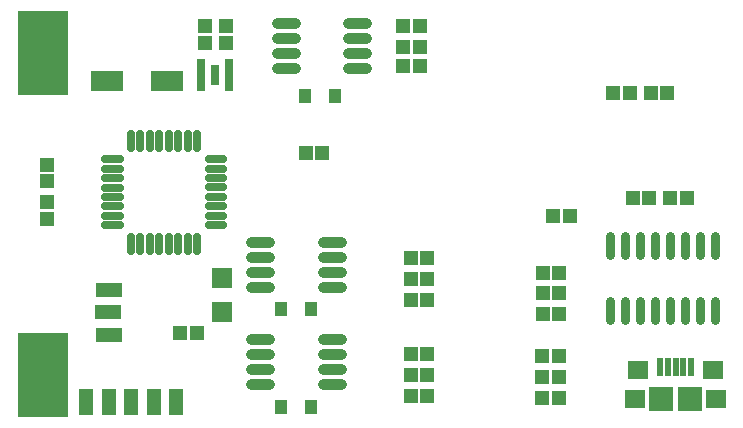
<source format=gbs>
G04 Layer: BottomSolderMaskLayer*
G04 EasyEDA v5.9.41, Fri, 08 Feb 2019 23:39:09 GMT*
G04 113b46e1fbc2432c9b03807f1b5d6b43*
G04 Gerber Generator version 0.2*
G04 Scale: 100 percent, Rotated: No, Reflected: No *
G04 Dimensions in millimeters *
G04 leading zeros omitted , absolute positions ,3 integer and 3 decimal *
%FSLAX33Y33*%
%MOMM*%
G90*
G71D02*

%ADD48C,0.803199*%
%ADD49R,4.203192X7.203211*%
%ADD52R,1.303198X1.203198*%
%ADD53R,1.203198X1.303198*%
%ADD54R,1.803400X1.803400*%
%ADD58C,0.653212*%
%ADD59C,0.903199*%
%ADD60R,1.803400X1.602740*%
%ADD61R,1.653540X1.503680*%
%ADD62R,2.103120X2.103120*%
%ADD63R,0.601980X1.551940*%
%ADD64R,0.703199X2.703195*%
%ADD65R,0.703199X1.803197*%
%ADD66R,1.003198X1.203198*%
%ADD67R,2.743200X1.727200*%
%ADD68R,2.203196X1.203198*%
%ADD69R,1.203198X2.203196*%

%LPD*%
G54D48*
G01X59309Y10172D02*
G01X59309Y8572D01*
G01X58039Y10172D02*
G01X58039Y8572D01*
G01X56769Y10172D02*
G01X56769Y8572D01*
G01X55499Y10172D02*
G01X55499Y8572D01*
G01X54229Y10172D02*
G01X54229Y8572D01*
G01X52959Y10172D02*
G01X52959Y8572D01*
G01X51689Y10172D02*
G01X51689Y8572D01*
G01X50419Y10172D02*
G01X50419Y8572D01*
G01X59309Y15709D02*
G01X59309Y14109D01*
G01X58039Y15709D02*
G01X58039Y14109D01*
G01X56769Y15709D02*
G01X56769Y14109D01*
G01X55499Y15709D02*
G01X55499Y14109D01*
G01X54229Y15709D02*
G01X54229Y14109D01*
G01X52959Y15709D02*
G01X52959Y14109D01*
G01X51689Y15709D02*
G01X51689Y14109D01*
G01X50419Y15709D02*
G01X50419Y14109D01*
G54D58*
G01X8931Y22174D02*
G01X7731Y22174D01*
G01X8931Y21374D02*
G01X7731Y21374D01*
G01X8931Y20574D02*
G01X7731Y20574D01*
G01X8931Y19773D02*
G01X7731Y19773D01*
G01X8931Y18976D02*
G01X7731Y18976D01*
G01X8931Y18176D02*
G01X7731Y18176D01*
G01X8931Y17376D02*
G01X7731Y17376D01*
G01X8931Y16576D02*
G01X7731Y16576D01*
G01X9906Y15611D02*
G01X9906Y14411D01*
G01X10706Y15611D02*
G01X10706Y14411D01*
G01X11506Y15611D02*
G01X11506Y14411D01*
G01X12306Y15611D02*
G01X12306Y14411D01*
G01X13103Y15611D02*
G01X13103Y14411D01*
G01X13903Y15611D02*
G01X13903Y14411D01*
G01X14704Y15611D02*
G01X14704Y14411D01*
G01X15504Y15611D02*
G01X15504Y14411D01*
G01X17694Y16586D02*
G01X16494Y16586D01*
G01X17694Y17386D02*
G01X16494Y17386D01*
G01X17694Y18186D02*
G01X16494Y18186D01*
G01X17694Y18986D02*
G01X16494Y18986D01*
G01X17694Y19784D02*
G01X16494Y19784D01*
G01X17694Y20584D02*
G01X16494Y20584D01*
G01X17694Y21384D02*
G01X16494Y21384D01*
G01X17694Y22184D02*
G01X16494Y22184D01*
G01X15494Y24348D02*
G01X15494Y23149D01*
G01X14693Y24348D02*
G01X14693Y23149D01*
G01X13893Y24348D02*
G01X13893Y23149D01*
G01X13093Y24348D02*
G01X13093Y23149D01*
G01X12296Y24348D02*
G01X12296Y23149D01*
G01X11496Y24348D02*
G01X11496Y23149D01*
G01X10695Y24348D02*
G01X10695Y23149D01*
G01X9895Y24348D02*
G01X9895Y23149D01*
G54D59*
G01X21603Y3124D02*
G01X20103Y3124D01*
G01X21603Y4394D02*
G01X20103Y4394D01*
G01X21603Y5664D02*
G01X20103Y5664D01*
G01X21603Y6934D02*
G01X20103Y6934D01*
G01X27648Y3124D02*
G01X26148Y3124D01*
G01X27648Y4394D02*
G01X26148Y4394D01*
G01X27648Y5664D02*
G01X26148Y5664D01*
G01X27648Y6934D02*
G01X26148Y6934D01*
G01X23762Y29921D02*
G01X22262Y29921D01*
G01X23762Y31191D02*
G01X22262Y31191D01*
G01X23762Y32461D02*
G01X22262Y32461D01*
G01X23762Y33731D02*
G01X22262Y33731D01*
G01X29807Y29921D02*
G01X28307Y29921D01*
G01X29807Y31191D02*
G01X28307Y31191D01*
G01X29807Y32461D02*
G01X28307Y32461D01*
G01X29807Y33731D02*
G01X28307Y33731D01*
G01X21603Y11379D02*
G01X20103Y11379D01*
G01X21603Y12649D02*
G01X20103Y12649D01*
G01X21603Y13919D02*
G01X20103Y13919D01*
G01X21603Y15189D02*
G01X20103Y15189D01*
G01X27648Y11379D02*
G01X26148Y11379D01*
G01X27648Y12649D02*
G01X26148Y12649D01*
G01X27648Y13919D02*
G01X26148Y13919D01*
G01X27648Y15189D02*
G01X26148Y15189D01*
G54D60*
G01X59207Y4356D03*
G01X52806Y4356D03*
G54D61*
G01X59436Y1917D03*
G01X52578Y1917D03*
G54D62*
G01X57200Y1917D03*
G01X54813Y1917D03*
G54D63*
G01X57302Y4584D03*
G01X54711Y4584D03*
G01X56667Y4584D03*
G01X55346Y4584D03*
G01X56007Y4584D03*
G54D64*
G01X15819Y29286D03*
G54D65*
G01X17018Y29286D03*
G54D64*
G01X18216Y29286D03*
G54D53*
G01X46127Y1981D03*
G01X44728Y1981D03*
G01X46127Y3759D03*
G01X44728Y3759D03*
G01X44736Y5525D03*
G01X46137Y5525D03*
G01X34990Y3886D03*
G01X33590Y3886D03*
G01X34990Y5664D03*
G01X33590Y5664D03*
G01X33589Y2108D03*
G01X34990Y2108D03*
G54D66*
G01X22606Y1218D03*
G01X25146Y1218D03*
G54D53*
G01X44765Y10871D03*
G01X46166Y10871D03*
G01X44765Y9093D03*
G01X46166Y9093D03*
G01X52385Y18872D03*
G01X53786Y18872D03*
G01X50734Y27762D03*
G01X52135Y27762D03*
G01X56961Y18872D03*
G01X55561Y18872D03*
G01X55310Y27762D03*
G01X53910Y27762D03*
G01X46166Y12522D03*
G01X44766Y12522D03*
G01X47055Y17348D03*
G01X45655Y17348D03*
G01X26100Y22682D03*
G01X24700Y22682D03*
G54D52*
G01X16129Y33415D03*
G01X16129Y32015D03*
G01X17907Y33415D03*
G01X17907Y32015D03*
G54D53*
G01X15458Y7503D03*
G01X14059Y7503D03*
G54D52*
G01X2794Y18556D03*
G01X2794Y17156D03*
G54D53*
G01X34355Y30048D03*
G01X32955Y30048D03*
G01X34355Y33477D03*
G01X32955Y33477D03*
G01X34355Y31699D03*
G01X32955Y31699D03*
G54D66*
G01X24638Y27507D03*
G01X27178Y27507D03*
G54D53*
G01X34990Y10236D03*
G01X33590Y10236D03*
G01X34990Y13792D03*
G01X33590Y13792D03*
G01X34990Y12014D03*
G01X33590Y12014D03*
G54D66*
G01X22606Y9473D03*
G01X25146Y9473D03*
G54D67*
G01X7874Y28778D03*
G01X12954Y28778D03*
G54D52*
G01X2794Y20331D03*
G01X2794Y21730D03*
G54D54*
G01X17648Y9283D03*
G01X17648Y12082D03*
G54D68*
G01X8001Y7315D03*
G01X7996Y9245D03*
G01X8001Y11125D03*
G54D49*
G01X2413Y31191D03*
G54D69*
G01X6096Y1600D03*
G01X13716Y1600D03*
G01X11811Y1600D03*
G01X9906Y1600D03*
G01X8001Y1600D03*
G54D49*
G01X2413Y3886D03*
M00*
M02*

</source>
